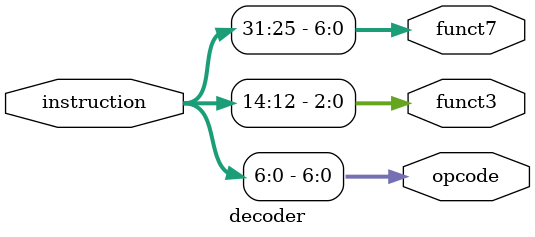
<source format=sv>
module decoder (
  input logic [31:0] instruction,
  output logic [6:0] opcode,
  output logic [2:0] funct3,
  output logic [6:0] funct7
);

  assign opcode = instruction[6:0];
  assign funct3 = instruction[14:12];
  assign funct7 = instruction[31:25];

  initial begin
    $dumpfile("wave.vcd");
    $dumpvars(0, decoder);
  end

endmodule


</source>
